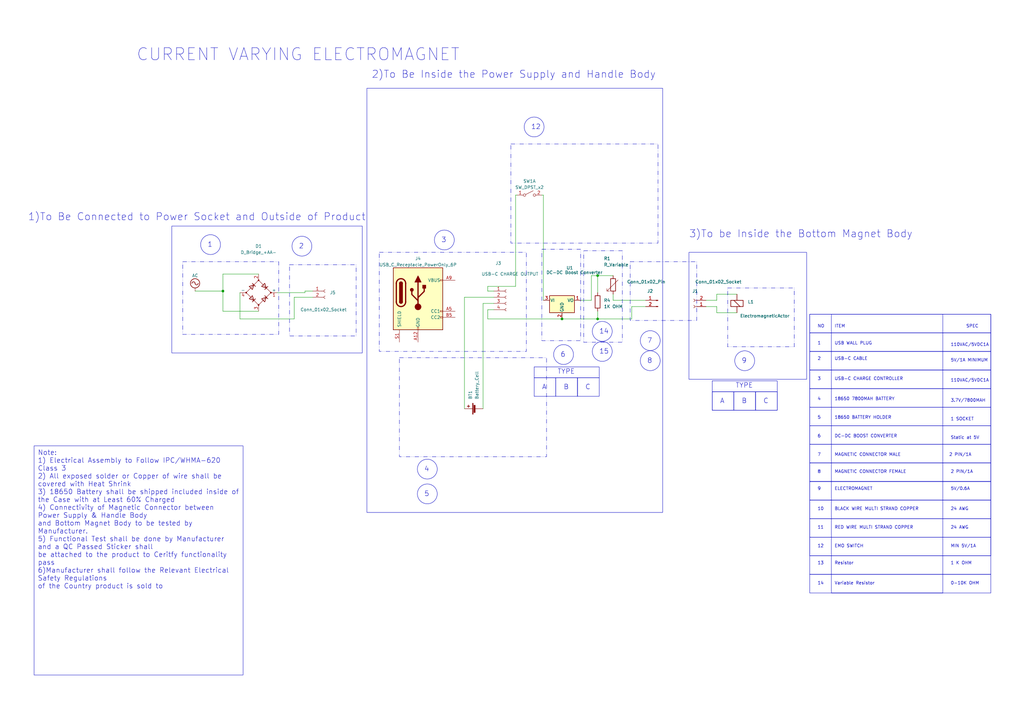
<source format=kicad_sch>
(kicad_sch (version 20230121) (generator eeschema)

  (uuid bfe4ad11-7eb7-40b2-9d8f-74f036d676dd)

  (paper "A3")

  (lib_symbols
    (symbol "Connector:Conn_01x02_Pin" (pin_names (offset 1.016) hide) (in_bom yes) (on_board yes)
      (property "Reference" "J" (at 0 2.54 0)
        (effects (font (size 1.27 1.27)))
      )
      (property "Value" "Conn_01x02_Pin" (at 0 -5.08 0)
        (effects (font (size 1.27 1.27)))
      )
      (property "Footprint" "" (at 0 0 0)
        (effects (font (size 1.27 1.27)) hide)
      )
      (property "Datasheet" "~" (at 0 0 0)
        (effects (font (size 1.27 1.27)) hide)
      )
      (property "ki_locked" "" (at 0 0 0)
        (effects (font (size 1.27 1.27)))
      )
      (property "ki_keywords" "connector" (at 0 0 0)
        (effects (font (size 1.27 1.27)) hide)
      )
      (property "ki_description" "Generic connector, single row, 01x02, script generated" (at 0 0 0)
        (effects (font (size 1.27 1.27)) hide)
      )
      (property "ki_fp_filters" "Connector*:*_1x??_*" (at 0 0 0)
        (effects (font (size 1.27 1.27)) hide)
      )
      (symbol "Conn_01x02_Pin_1_1"
        (polyline
          (pts
            (xy 1.27 -2.54)
            (xy 0.8636 -2.54)
          )
          (stroke (width 0.1524) (type default))
          (fill (type none))
        )
        (polyline
          (pts
            (xy 1.27 0)
            (xy 0.8636 0)
          )
          (stroke (width 0.1524) (type default))
          (fill (type none))
        )
        (rectangle (start 0.8636 -2.413) (end 0 -2.667)
          (stroke (width 0.1524) (type default))
          (fill (type outline))
        )
        (rectangle (start 0.8636 0.127) (end 0 -0.127)
          (stroke (width 0.1524) (type default))
          (fill (type outline))
        )
        (pin passive line (at 5.08 0 180) (length 3.81)
          (name "Pin_1" (effects (font (size 1.27 1.27))))
          (number "1" (effects (font (size 1.27 1.27))))
        )
        (pin passive line (at 5.08 -2.54 180) (length 3.81)
          (name "Pin_2" (effects (font (size 1.27 1.27))))
          (number "2" (effects (font (size 1.27 1.27))))
        )
      )
    )
    (symbol "Connector:Conn_01x02_Socket" (pin_names (offset 1.016) hide) (in_bom yes) (on_board yes)
      (property "Reference" "J" (at 0 2.54 0)
        (effects (font (size 1.27 1.27)))
      )
      (property "Value" "Conn_01x02_Socket" (at 0 -5.08 0)
        (effects (font (size 1.27 1.27)))
      )
      (property "Footprint" "" (at 0 0 0)
        (effects (font (size 1.27 1.27)) hide)
      )
      (property "Datasheet" "~" (at 0 0 0)
        (effects (font (size 1.27 1.27)) hide)
      )
      (property "ki_locked" "" (at 0 0 0)
        (effects (font (size 1.27 1.27)))
      )
      (property "ki_keywords" "connector" (at 0 0 0)
        (effects (font (size 1.27 1.27)) hide)
      )
      (property "ki_description" "Generic connector, single row, 01x02, script generated" (at 0 0 0)
        (effects (font (size 1.27 1.27)) hide)
      )
      (property "ki_fp_filters" "Connector*:*_1x??_*" (at 0 0 0)
        (effects (font (size 1.27 1.27)) hide)
      )
      (symbol "Conn_01x02_Socket_1_1"
        (arc (start 0 -2.032) (mid -0.5058 -2.54) (end 0 -3.048)
          (stroke (width 0.1524) (type default))
          (fill (type none))
        )
        (polyline
          (pts
            (xy -1.27 -2.54)
            (xy -0.508 -2.54)
          )
          (stroke (width 0.1524) (type default))
          (fill (type none))
        )
        (polyline
          (pts
            (xy -1.27 0)
            (xy -0.508 0)
          )
          (stroke (width 0.1524) (type default))
          (fill (type none))
        )
        (arc (start 0 0.508) (mid -0.5058 0) (end 0 -0.508)
          (stroke (width 0.1524) (type default))
          (fill (type none))
        )
        (pin passive line (at -5.08 0 0) (length 3.81)
          (name "Pin_1" (effects (font (size 1.27 1.27))))
          (number "1" (effects (font (size 1.27 1.27))))
        )
        (pin passive line (at -5.08 -2.54 0) (length 3.81)
          (name "Pin_2" (effects (font (size 1.27 1.27))))
          (number "2" (effects (font (size 1.27 1.27))))
        )
      )
    )
    (symbol "Connector:Conn_01x04_Socket" (pin_names (offset 1.016) hide) (in_bom yes) (on_board yes)
      (property "Reference" "J" (at 0 5.08 0)
        (effects (font (size 1.27 1.27)))
      )
      (property "Value" "Conn_01x04_Socket" (at 0 -7.62 0)
        (effects (font (size 1.27 1.27)))
      )
      (property "Footprint" "" (at 0 0 0)
        (effects (font (size 1.27 1.27)) hide)
      )
      (property "Datasheet" "~" (at 0 0 0)
        (effects (font (size 1.27 1.27)) hide)
      )
      (property "ki_locked" "" (at 0 0 0)
        (effects (font (size 1.27 1.27)))
      )
      (property "ki_keywords" "connector" (at 0 0 0)
        (effects (font (size 1.27 1.27)) hide)
      )
      (property "ki_description" "Generic connector, single row, 01x04, script generated" (at 0 0 0)
        (effects (font (size 1.27 1.27)) hide)
      )
      (property "ki_fp_filters" "Connector*:*_1x??_*" (at 0 0 0)
        (effects (font (size 1.27 1.27)) hide)
      )
      (symbol "Conn_01x04_Socket_1_1"
        (arc (start 0 -4.572) (mid -0.5058 -5.08) (end 0 -5.588)
          (stroke (width 0.1524) (type default))
          (fill (type none))
        )
        (arc (start 0 -2.032) (mid -0.5058 -2.54) (end 0 -3.048)
          (stroke (width 0.1524) (type default))
          (fill (type none))
        )
        (polyline
          (pts
            (xy -1.27 -5.08)
            (xy -0.508 -5.08)
          )
          (stroke (width 0.1524) (type default))
          (fill (type none))
        )
        (polyline
          (pts
            (xy -1.27 -2.54)
            (xy -0.508 -2.54)
          )
          (stroke (width 0.1524) (type default))
          (fill (type none))
        )
        (polyline
          (pts
            (xy -1.27 0)
            (xy -0.508 0)
          )
          (stroke (width 0.1524) (type default))
          (fill (type none))
        )
        (polyline
          (pts
            (xy -1.27 2.54)
            (xy -0.508 2.54)
          )
          (stroke (width 0.1524) (type default))
          (fill (type none))
        )
        (arc (start 0 0.508) (mid -0.5058 0) (end 0 -0.508)
          (stroke (width 0.1524) (type default))
          (fill (type none))
        )
        (arc (start 0 3.048) (mid -0.5058 2.54) (end 0 2.032)
          (stroke (width 0.1524) (type default))
          (fill (type none))
        )
        (pin passive line (at -5.08 2.54 0) (length 3.81)
          (name "Pin_1" (effects (font (size 1.27 1.27))))
          (number "1" (effects (font (size 1.27 1.27))))
        )
        (pin passive line (at -5.08 0 0) (length 3.81)
          (name "Pin_2" (effects (font (size 1.27 1.27))))
          (number "2" (effects (font (size 1.27 1.27))))
        )
        (pin passive line (at -5.08 -2.54 0) (length 3.81)
          (name "Pin_3" (effects (font (size 1.27 1.27))))
          (number "3" (effects (font (size 1.27 1.27))))
        )
        (pin passive line (at -5.08 -5.08 0) (length 3.81)
          (name "Pin_4" (effects (font (size 1.27 1.27))))
          (number "4" (effects (font (size 1.27 1.27))))
        )
      )
    )
    (symbol "Connector:USB_C_Receptacle_PowerOnly_6P" (pin_names (offset 1.016)) (in_bom yes) (on_board yes)
      (property "Reference" "J" (at 0 16.51 0)
        (effects (font (size 1.27 1.27)) (justify bottom))
      )
      (property "Value" "USB_C_Receptacle_PowerOnly_6P" (at 0 13.97 0)
        (effects (font (size 1.27 1.27)) (justify bottom))
      )
      (property "Footprint" "" (at 3.81 2.54 0)
        (effects (font (size 1.27 1.27)) hide)
      )
      (property "Datasheet" "https://www.usb.org/sites/default/files/documents/usb_type-c.zip" (at 0 0 0)
        (effects (font (size 1.27 1.27)) hide)
      )
      (property "ki_keywords" "usb universal serial bus type-C power-only charging-only 6P 6C" (at 0 0 0)
        (effects (font (size 1.27 1.27)) hide)
      )
      (property "ki_description" "USB Power-Only 6P Type-C Receptacle connector" (at 0 0 0)
        (effects (font (size 1.27 1.27)) hide)
      )
      (property "ki_fp_filters" "USB*C*Receptacle*" (at 0 0 0)
        (effects (font (size 1.27 1.27)) hide)
      )
      (symbol "USB_C_Receptacle_PowerOnly_6P_0_0"
        (rectangle (start -0.254 -12.7) (end 0.254 -11.684)
          (stroke (width 0) (type default))
          (fill (type none))
        )
        (rectangle (start 10.16 -7.366) (end 9.144 -7.874)
          (stroke (width 0) (type default))
          (fill (type none))
        )
        (rectangle (start 10.16 -4.826) (end 9.144 -5.334)
          (stroke (width 0) (type default))
          (fill (type none))
        )
        (rectangle (start 10.16 7.874) (end 9.144 7.366)
          (stroke (width 0) (type default))
          (fill (type none))
        )
      )
      (symbol "USB_C_Receptacle_PowerOnly_6P_0_1"
        (rectangle (start -10.16 12.7) (end 10.16 -12.7)
          (stroke (width 0.254) (type default))
          (fill (type background))
        )
        (arc (start -8.89 -1.27) (mid -6.985 -3.1667) (end -5.08 -1.27)
          (stroke (width 0.508) (type default))
          (fill (type none))
        )
        (arc (start -7.62 -1.27) (mid -6.985 -1.9023) (end -6.35 -1.27)
          (stroke (width 0.254) (type default))
          (fill (type none))
        )
        (arc (start -7.62 -1.27) (mid -6.985 -1.9023) (end -6.35 -1.27)
          (stroke (width 0.254) (type default))
          (fill (type outline))
        )
        (rectangle (start -7.62 -1.27) (end -6.35 6.35)
          (stroke (width 0.254) (type default))
          (fill (type outline))
        )
        (arc (start -6.35 6.35) (mid -6.985 6.9823) (end -7.62 6.35)
          (stroke (width 0.254) (type default))
          (fill (type none))
        )
        (arc (start -6.35 6.35) (mid -6.985 6.9823) (end -7.62 6.35)
          (stroke (width 0.254) (type default))
          (fill (type outline))
        )
        (arc (start -5.08 6.35) (mid -6.985 8.2467) (end -8.89 6.35)
          (stroke (width 0.508) (type default))
          (fill (type none))
        )
        (circle (center -2.54 3.683) (radius 0.635)
          (stroke (width 0.254) (type default))
          (fill (type outline))
        )
        (circle (center 0 -3.302) (radius 1.27)
          (stroke (width 0) (type default))
          (fill (type outline))
        )
        (polyline
          (pts
            (xy -8.89 -1.27)
            (xy -8.89 6.35)
          )
          (stroke (width 0.508) (type default))
          (fill (type none))
        )
        (polyline
          (pts
            (xy -5.08 6.35)
            (xy -5.08 -1.27)
          )
          (stroke (width 0.508) (type default))
          (fill (type none))
        )
        (polyline
          (pts
            (xy 0 -3.302)
            (xy 0 6.858)
          )
          (stroke (width 0.508) (type default))
          (fill (type none))
        )
        (polyline
          (pts
            (xy 0 -0.762)
            (xy -2.54 1.778)
            (xy -2.54 3.048)
          )
          (stroke (width 0.508) (type default))
          (fill (type none))
        )
        (polyline
          (pts
            (xy 0 0.508)
            (xy 2.54 3.048)
            (xy 2.54 4.318)
          )
          (stroke (width 0.508) (type default))
          (fill (type none))
        )
        (polyline
          (pts
            (xy -1.27 6.858)
            (xy 0 9.398)
            (xy 1.27 6.858)
            (xy -1.27 6.858)
          )
          (stroke (width 0.254) (type default))
          (fill (type outline))
        )
        (rectangle (start 1.905 4.318) (end 3.175 5.588)
          (stroke (width 0.254) (type default))
          (fill (type outline))
        )
      )
      (symbol "USB_C_Receptacle_PowerOnly_6P_1_1"
        (pin passive line (at 0 -17.78 90) (length 5.08)
          (name "GND" (effects (font (size 1.27 1.27))))
          (number "A12" (effects (font (size 1.27 1.27))))
        )
        (pin bidirectional line (at 15.24 -5.08 180) (length 5.08)
          (name "CC1" (effects (font (size 1.27 1.27))))
          (number "A5" (effects (font (size 1.27 1.27))))
        )
        (pin passive line (at 15.24 7.62 180) (length 5.08)
          (name "VBUS" (effects (font (size 1.27 1.27))))
          (number "A9" (effects (font (size 1.27 1.27))))
        )
        (pin passive line (at 0 -17.78 90) (length 5.08) hide
          (name "GND" (effects (font (size 1.27 1.27))))
          (number "B12" (effects (font (size 1.27 1.27))))
        )
        (pin bidirectional line (at 15.24 -7.62 180) (length 5.08)
          (name "CC2" (effects (font (size 1.27 1.27))))
          (number "B5" (effects (font (size 1.27 1.27))))
        )
        (pin passive line (at 15.24 7.62 180) (length 5.08) hide
          (name "VBUS" (effects (font (size 1.27 1.27))))
          (number "B9" (effects (font (size 1.27 1.27))))
        )
        (pin passive line (at -7.62 -17.78 90) (length 5.08)
          (name "SHIELD" (effects (font (size 1.27 1.27))))
          (number "S1" (effects (font (size 1.27 1.27))))
        )
      )
    )
    (symbol "Device:Battery_Cell" (pin_numbers hide) (pin_names (offset 0) hide) (in_bom yes) (on_board yes)
      (property "Reference" "BT" (at 2.54 2.54 0)
        (effects (font (size 1.27 1.27)) (justify left))
      )
      (property "Value" "Battery_Cell" (at 2.54 0 0)
        (effects (font (size 1.27 1.27)) (justify left))
      )
      (property "Footprint" "" (at 0 1.524 90)
        (effects (font (size 1.27 1.27)) hide)
      )
      (property "Datasheet" "~" (at 0 1.524 90)
        (effects (font (size 1.27 1.27)) hide)
      )
      (property "ki_keywords" "battery cell" (at 0 0 0)
        (effects (font (size 1.27 1.27)) hide)
      )
      (property "ki_description" "Single-cell battery" (at 0 0 0)
        (effects (font (size 1.27 1.27)) hide)
      )
      (symbol "Battery_Cell_0_1"
        (rectangle (start -2.286 1.778) (end 2.286 1.524)
          (stroke (width 0) (type default))
          (fill (type outline))
        )
        (rectangle (start -1.5748 1.1938) (end 1.4732 0.6858)
          (stroke (width 0) (type default))
          (fill (type outline))
        )
        (polyline
          (pts
            (xy 0 0.762)
            (xy 0 0)
          )
          (stroke (width 0) (type default))
          (fill (type none))
        )
        (polyline
          (pts
            (xy 0 1.778)
            (xy 0 2.54)
          )
          (stroke (width 0) (type default))
          (fill (type none))
        )
        (polyline
          (pts
            (xy 0.508 3.429)
            (xy 1.524 3.429)
          )
          (stroke (width 0.254) (type default))
          (fill (type none))
        )
        (polyline
          (pts
            (xy 1.016 3.937)
            (xy 1.016 2.921)
          )
          (stroke (width 0.254) (type default))
          (fill (type none))
        )
      )
      (symbol "Battery_Cell_1_1"
        (pin passive line (at 0 5.08 270) (length 2.54)
          (name "+" (effects (font (size 1.27 1.27))))
          (number "1" (effects (font (size 1.27 1.27))))
        )
        (pin passive line (at 0 -2.54 90) (length 2.54)
          (name "-" (effects (font (size 1.27 1.27))))
          (number "2" (effects (font (size 1.27 1.27))))
        )
      )
    )
    (symbol "Device:D_Bridge_+AA-" (pin_names (offset 0)) (in_bom yes) (on_board yes)
      (property "Reference" "D" (at 2.54 6.985 0)
        (effects (font (size 1.27 1.27)) (justify left))
      )
      (property "Value" "D_Bridge_+AA-" (at 2.54 5.08 0)
        (effects (font (size 1.27 1.27)) (justify left))
      )
      (property "Footprint" "" (at 0 0 0)
        (effects (font (size 1.27 1.27)) hide)
      )
      (property "Datasheet" "~" (at 0 0 0)
        (effects (font (size 1.27 1.27)) hide)
      )
      (property "ki_keywords" "rectifier ACDC" (at 0 0 0)
        (effects (font (size 1.27 1.27)) hide)
      )
      (property "ki_description" "Diode bridge, +ve/AC/AC/-ve" (at 0 0 0)
        (effects (font (size 1.27 1.27)) hide)
      )
      (property "ki_fp_filters" "D*Bridge* D*Rectifier*" (at 0 0 0)
        (effects (font (size 1.27 1.27)) hide)
      )
      (symbol "D_Bridge_+AA-_0_1"
        (circle (center -5.08 0) (radius 0.254)
          (stroke (width 0) (type default))
          (fill (type outline))
        )
        (circle (center 0 -5.08) (radius 0.254)
          (stroke (width 0) (type default))
          (fill (type outline))
        )
        (polyline
          (pts
            (xy -2.54 3.81)
            (xy -1.27 2.54)
          )
          (stroke (width 0.254) (type default))
          (fill (type none))
        )
        (polyline
          (pts
            (xy -1.27 -2.54)
            (xy -2.54 -3.81)
          )
          (stroke (width 0.254) (type default))
          (fill (type none))
        )
        (polyline
          (pts
            (xy 2.54 -1.27)
            (xy 3.81 -2.54)
          )
          (stroke (width 0.254) (type default))
          (fill (type none))
        )
        (polyline
          (pts
            (xy 2.54 1.27)
            (xy 3.81 2.54)
          )
          (stroke (width 0.254) (type default))
          (fill (type none))
        )
        (polyline
          (pts
            (xy -3.81 2.54)
            (xy -2.54 1.27)
            (xy -1.905 3.175)
            (xy -3.81 2.54)
          )
          (stroke (width 0.254) (type default))
          (fill (type none))
        )
        (polyline
          (pts
            (xy -2.54 -1.27)
            (xy -3.81 -2.54)
            (xy -1.905 -3.175)
            (xy -2.54 -1.27)
          )
          (stroke (width 0.254) (type default))
          (fill (type none))
        )
        (polyline
          (pts
            (xy 1.27 2.54)
            (xy 2.54 3.81)
            (xy 3.175 1.905)
            (xy 1.27 2.54)
          )
          (stroke (width 0.254) (type default))
          (fill (type none))
        )
        (polyline
          (pts
            (xy 3.175 -1.905)
            (xy 1.27 -2.54)
            (xy 2.54 -3.81)
            (xy 3.175 -1.905)
          )
          (stroke (width 0.254) (type default))
          (fill (type none))
        )
        (polyline
          (pts
            (xy -5.08 0)
            (xy 0 -5.08)
            (xy 5.08 0)
            (xy 0 5.08)
            (xy -5.08 0)
          )
          (stroke (width 0) (type default))
          (fill (type none))
        )
        (circle (center 0 5.08) (radius 0.254)
          (stroke (width 0) (type default))
          (fill (type outline))
        )
        (circle (center 5.08 0) (radius 0.254)
          (stroke (width 0) (type default))
          (fill (type outline))
        )
      )
      (symbol "D_Bridge_+AA-_1_1"
        (pin passive line (at 7.62 0 180) (length 2.54)
          (name "+" (effects (font (size 1.27 1.27))))
          (number "1" (effects (font (size 1.27 1.27))))
        )
        (pin passive line (at 0 7.62 270) (length 2.54)
          (name "~" (effects (font (size 1.27 1.27))))
          (number "2" (effects (font (size 1.27 1.27))))
        )
        (pin passive line (at 0 -7.62 90) (length 2.54)
          (name "~" (effects (font (size 1.27 1.27))))
          (number "3" (effects (font (size 1.27 1.27))))
        )
        (pin passive line (at -7.62 0 0) (length 2.54)
          (name "-" (effects (font (size 1.27 1.27))))
          (number "4" (effects (font (size 1.27 1.27))))
        )
      )
    )
    (symbol "Device:ElectromagneticActor" (pin_numbers hide) (pin_names (offset 0.0254) hide) (in_bom yes) (on_board yes)
      (property "Reference" "L" (at 1.27 3.81 0)
        (effects (font (size 1.27 1.27)) (justify left))
      )
      (property "Value" "ElectromagneticActor" (at 1.27 -1.27 0)
        (effects (font (size 1.27 1.27)) (justify left))
      )
      (property "Footprint" "" (at -0.635 2.54 90)
        (effects (font (size 1.27 1.27)) hide)
      )
      (property "Datasheet" "~" (at -0.635 2.54 90)
        (effects (font (size 1.27 1.27)) hide)
      )
      (property "ki_keywords" "electromagnet coil inductor" (at 0 0 0)
        (effects (font (size 1.27 1.27)) hide)
      )
      (property "ki_description" "Electromagnetic actor" (at 0 0 0)
        (effects (font (size 1.27 1.27)) hide)
      )
      (property "ki_fp_filters" "Inductor_* L_*" (at 0 0 0)
        (effects (font (size 1.27 1.27)) hide)
      )
      (symbol "ElectromagneticActor_0_1"
        (rectangle (start -2.54 2.54) (end 2.54 0)
          (stroke (width 0.254) (type default))
          (fill (type none))
        )
        (polyline
          (pts
            (xy -1.27 2.54)
            (xy 1.27 0)
          )
          (stroke (width 0.254) (type default))
          (fill (type none))
        )
      )
      (symbol "ElectromagneticActor_1_1"
        (pin passive line (at 0 5.08 270) (length 2.54)
          (name "-" (effects (font (size 1.27 1.27))))
          (number "1" (effects (font (size 1.27 1.27))))
        )
        (pin passive line (at 0 -2.54 90) (length 2.54)
          (name "+" (effects (font (size 1.27 1.27))))
          (number "2" (effects (font (size 1.27 1.27))))
        )
      )
    )
    (symbol "Device:R" (pin_numbers hide) (pin_names (offset 0)) (in_bom yes) (on_board yes)
      (property "Reference" "R" (at 2.032 0 90)
        (effects (font (size 1.27 1.27)))
      )
      (property "Value" "R" (at 0 0 90)
        (effects (font (size 1.27 1.27)))
      )
      (property "Footprint" "" (at -1.778 0 90)
        (effects (font (size 1.27 1.27)) hide)
      )
      (property "Datasheet" "~" (at 0 0 0)
        (effects (font (size 1.27 1.27)) hide)
      )
      (property "ki_keywords" "R res resistor" (at 0 0 0)
        (effects (font (size 1.27 1.27)) hide)
      )
      (property "ki_description" "Resistor" (at 0 0 0)
        (effects (font (size 1.27 1.27)) hide)
      )
      (property "ki_fp_filters" "R_*" (at 0 0 0)
        (effects (font (size 1.27 1.27)) hide)
      )
      (symbol "R_0_1"
        (rectangle (start -1.016 -2.54) (end 1.016 2.54)
          (stroke (width 0.254) (type default))
          (fill (type none))
        )
      )
      (symbol "R_1_1"
        (pin passive line (at 0 3.81 270) (length 1.27)
          (name "~" (effects (font (size 1.27 1.27))))
          (number "1" (effects (font (size 1.27 1.27))))
        )
        (pin passive line (at 0 -3.81 90) (length 1.27)
          (name "~" (effects (font (size 1.27 1.27))))
          (number "2" (effects (font (size 1.27 1.27))))
        )
      )
    )
    (symbol "Device:R_Variable" (pin_numbers hide) (pin_names (offset 0)) (in_bom yes) (on_board yes)
      (property "Reference" "R" (at 2.54 -2.54 90)
        (effects (font (size 1.27 1.27)) (justify left))
      )
      (property "Value" "R_Variable" (at -2.54 -1.27 90)
        (effects (font (size 1.27 1.27)) (justify left))
      )
      (property "Footprint" "" (at -1.778 0 90)
        (effects (font (size 1.27 1.27)) hide)
      )
      (property "Datasheet" "~" (at 0 0 0)
        (effects (font (size 1.27 1.27)) hide)
      )
      (property "ki_keywords" "R res resistor variable potentiometer rheostat" (at 0 0 0)
        (effects (font (size 1.27 1.27)) hide)
      )
      (property "ki_description" "Variable resistor" (at 0 0 0)
        (effects (font (size 1.27 1.27)) hide)
      )
      (property "ki_fp_filters" "R_*" (at 0 0 0)
        (effects (font (size 1.27 1.27)) hide)
      )
      (symbol "R_Variable_0_1"
        (rectangle (start -1.016 -2.54) (end 1.016 2.54)
          (stroke (width 0.254) (type default))
          (fill (type none))
        )
        (polyline
          (pts
            (xy 2.54 1.524)
            (xy 2.54 2.54)
            (xy 1.524 2.54)
            (xy 2.54 2.54)
            (xy -2.032 -2.032)
          )
          (stroke (width 0) (type default))
          (fill (type none))
        )
      )
      (symbol "R_Variable_1_1"
        (pin passive line (at 0 3.81 270) (length 1.27)
          (name "~" (effects (font (size 1.27 1.27))))
          (number "1" (effects (font (size 1.27 1.27))))
        )
        (pin passive line (at 0 -3.81 90) (length 1.27)
          (name "~" (effects (font (size 1.27 1.27))))
          (number "2" (effects (font (size 1.27 1.27))))
        )
      )
    )
    (symbol "Regulator_Linear:L78L05_TO92" (pin_names (offset 0.254)) (in_bom yes) (on_board yes)
      (property "Reference" "U" (at -3.81 3.175 0)
        (effects (font (size 1.27 1.27)))
      )
      (property "Value" "L78L05_TO92" (at 0 3.175 0)
        (effects (font (size 1.27 1.27)) (justify left))
      )
      (property "Footprint" "Package_TO_SOT_THT:TO-92_Inline" (at 0 5.715 0)
        (effects (font (size 1.27 1.27) italic) hide)
      )
      (property "Datasheet" "http://www.st.com/content/ccc/resource/technical/document/datasheet/15/55/e5/aa/23/5b/43/fd/CD00000446.pdf/files/CD00000446.pdf/jcr:content/translations/en.CD00000446.pdf" (at 0 -1.27 0)
        (effects (font (size 1.27 1.27)) hide)
      )
      (property "ki_keywords" "Voltage Regulator 100mA Positive" (at 0 0 0)
        (effects (font (size 1.27 1.27)) hide)
      )
      (property "ki_description" "Positive 100mA 30V Linear Regulator, Fixed Output 5V, TO-92" (at 0 0 0)
        (effects (font (size 1.27 1.27)) hide)
      )
      (property "ki_fp_filters" "TO?92*" (at 0 0 0)
        (effects (font (size 1.27 1.27)) hide)
      )
      (symbol "L78L05_TO92_0_1"
        (rectangle (start -5.08 -5.08) (end 5.08 1.905)
          (stroke (width 0.254) (type default))
          (fill (type background))
        )
      )
      (symbol "L78L05_TO92_1_1"
        (pin power_out line (at 7.62 0 180) (length 2.54)
          (name "VO" (effects (font (size 1.27 1.27))))
          (number "1" (effects (font (size 1.27 1.27))))
        )
        (pin power_in line (at 0 -7.62 90) (length 2.54)
          (name "GND" (effects (font (size 1.27 1.27))))
          (number "2" (effects (font (size 1.27 1.27))))
        )
        (pin power_in line (at -7.62 0 0) (length 2.54)
          (name "VI" (effects (font (size 1.27 1.27))))
          (number "3" (effects (font (size 1.27 1.27))))
        )
      )
    )
    (symbol "Switch:SW_DPST_x2" (pin_names (offset 0) hide) (in_bom yes) (on_board yes)
      (property "Reference" "SW" (at 0 3.175 0)
        (effects (font (size 1.27 1.27)))
      )
      (property "Value" "SW_DPST_x2" (at 0 -2.54 0)
        (effects (font (size 1.27 1.27)))
      )
      (property "Footprint" "" (at 0 0 0)
        (effects (font (size 1.27 1.27)) hide)
      )
      (property "Datasheet" "~" (at 0 0 0)
        (effects (font (size 1.27 1.27)) hide)
      )
      (property "ki_keywords" "switch lever" (at 0 0 0)
        (effects (font (size 1.27 1.27)) hide)
      )
      (property "ki_description" "Single Pole Single Throw (SPST) switch, separate symbol" (at 0 0 0)
        (effects (font (size 1.27 1.27)) hide)
      )
      (symbol "SW_DPST_x2_0_0"
        (circle (center -2.032 0) (radius 0.508)
          (stroke (width 0) (type default))
          (fill (type none))
        )
        (polyline
          (pts
            (xy -1.524 0.254)
            (xy 1.524 1.778)
          )
          (stroke (width 0) (type default))
          (fill (type none))
        )
        (circle (center 2.032 0) (radius 0.508)
          (stroke (width 0) (type default))
          (fill (type none))
        )
      )
      (symbol "SW_DPST_x2_1_1"
        (pin passive line (at -5.08 0 0) (length 2.54)
          (name "A" (effects (font (size 1.27 1.27))))
          (number "1" (effects (font (size 1.27 1.27))))
        )
        (pin passive line (at 5.08 0 180) (length 2.54)
          (name "B" (effects (font (size 1.27 1.27))))
          (number "2" (effects (font (size 1.27 1.27))))
        )
      )
      (symbol "SW_DPST_x2_2_1"
        (pin passive line (at -5.08 0 0) (length 2.54)
          (name "A" (effects (font (size 1.27 1.27))))
          (number "3" (effects (font (size 1.27 1.27))))
        )
        (pin passive line (at 5.08 0 180) (length 2.54)
          (name "B" (effects (font (size 1.27 1.27))))
          (number "4" (effects (font (size 1.27 1.27))))
        )
      )
    )
    (symbol "power:AC" (power) (pin_names (offset 0)) (in_bom yes) (on_board yes)
      (property "Reference" "#PWR" (at 0 -2.54 0)
        (effects (font (size 1.27 1.27)) hide)
      )
      (property "Value" "AC" (at 0 6.35 0)
        (effects (font (size 1.27 1.27)))
      )
      (property "Footprint" "" (at 0 0 0)
        (effects (font (size 1.27 1.27)) hide)
      )
      (property "Datasheet" "" (at 0 0 0)
        (effects (font (size 1.27 1.27)) hide)
      )
      (property "ki_keywords" "global power" (at 0 0 0)
        (effects (font (size 1.27 1.27)) hide)
      )
      (property "ki_description" "Power symbol creates a global label with name \"AC\"" (at 0 0 0)
        (effects (font (size 1.27 1.27)) hide)
      )
      (symbol "AC_0_1"
        (polyline
          (pts
            (xy 0 0)
            (xy 0 1.27)
          )
          (stroke (width 0) (type default))
          (fill (type none))
        )
        (arc (start 0 3.175) (mid -0.635 3.8073) (end -1.27 3.175)
          (stroke (width 0.254) (type default))
          (fill (type none))
        )
        (arc (start 0 3.175) (mid 0.635 2.5427) (end 1.27 3.175)
          (stroke (width 0.254) (type default))
          (fill (type none))
        )
        (circle (center 0 3.175) (radius 1.905)
          (stroke (width 0.254) (type default))
          (fill (type none))
        )
      )
      (symbol "AC_1_1"
        (pin power_in line (at 0 0 90) (length 0) hide
          (name "AC" (effects (font (size 1.27 1.27))))
          (number "1" (effects (font (size 1.27 1.27))))
        )
      )
    )
  )

  (junction (at 91.44 119.38) (diameter 0) (color 0 0 0 0)
    (uuid 1745191e-0400-4a94-affa-5080b04985c5)
  )
  (junction (at 245.11 113.03) (diameter 0) (color 0 0 0 0)
    (uuid 75390fa6-eb0f-4e73-a8c0-5f41f4c60ba3)
  )
  (junction (at 245.11 130.81) (diameter 0) (color 0 0 0 0)
    (uuid 9a94e8c3-b0f7-4622-b5bd-a4763af55ef0)
  )
  (junction (at 230.505 130.81) (diameter 0) (color 0 0 0 0)
    (uuid e7be013e-8080-4ce6-a80e-3a4f155b92d8)
  )

  (wire (pts (xy 120.65 130.81) (xy 120.65 121.92))
    (stroke (width 0) (type default))
    (uuid 1078c0a2-07e4-463e-a383-4d1801dcdd7b)
  )
  (wire (pts (xy 190.5 121.92) (xy 190.5 167.64))
    (stroke (width 0) (type default))
    (uuid 1951bc59-9519-4d32-b13d-53f929788f3d)
  )
  (wire (pts (xy 91.44 112.395) (xy 91.44 119.38))
    (stroke (width 0) (type default))
    (uuid 1a979942-f5e0-4bcd-8c07-82791203cf44)
  )
  (wire (pts (xy 222.885 80.01) (xy 222.885 123.19))
    (stroke (width 0) (type default))
    (uuid 1ae65fc2-6c37-4707-a4d2-f753010d787e)
  )
  (wire (pts (xy 200.025 119.38) (xy 200.025 117.475))
    (stroke (width 0) (type default))
    (uuid 2a22ebd5-1443-4afb-a7d3-58ae14eb6db5)
  )
  (wire (pts (xy 259.08 125.73) (xy 264.795 125.73))
    (stroke (width 0) (type default))
    (uuid 2ca6c21f-5c4b-4312-8e7e-93ed774aca05)
  )
  (wire (pts (xy 198.12 124.46) (xy 198.12 167.64))
    (stroke (width 0) (type default))
    (uuid 2f8f9dcc-f476-4ff9-8346-eef40160822d)
  )
  (wire (pts (xy 125.095 120.015) (xy 125.095 119.38))
    (stroke (width 0) (type default))
    (uuid 31aee545-b7e5-43f0-88e9-65be9512a496)
  )
  (wire (pts (xy 190.5 121.92) (xy 202.565 121.92))
    (stroke (width 0) (type default))
    (uuid 41ba6e35-8967-46c0-92df-e936117853c4)
  )
  (wire (pts (xy 200.025 130.81) (xy 230.505 130.81))
    (stroke (width 0) (type default))
    (uuid 44770ae0-033e-4d2e-bd55-31ee634d2800)
  )
  (wire (pts (xy 198.12 124.46) (xy 202.565 124.46))
    (stroke (width 0) (type default))
    (uuid 46483b84-123f-4b28-9609-c392b59b3570)
  )
  (wire (pts (xy 211.455 80.01) (xy 211.455 117.475))
    (stroke (width 0) (type default))
    (uuid 4a62fad0-1b76-4442-a41d-5d241fca3b24)
  )
  (wire (pts (xy 294.005 125.73) (xy 289.56 125.73))
    (stroke (width 0) (type default))
    (uuid 4c68c340-06c4-4d60-988e-f2ebd047b25f)
  )
  (wire (pts (xy 294.005 120.65) (xy 294.005 123.19))
    (stroke (width 0) (type default))
    (uuid 4d513d3b-97b9-49e6-8c1f-90a9169229c6)
  )
  (wire (pts (xy 245.11 130.81) (xy 259.08 130.81))
    (stroke (width 0) (type default))
    (uuid 51167acd-1d1c-496d-9396-bcb2f02255a4)
  )
  (wire (pts (xy 200.025 130.81) (xy 200.025 127))
    (stroke (width 0) (type default))
    (uuid 517262e4-3cd2-4157-b47e-cf5ec0892a0d)
  )
  (wire (pts (xy 120.65 121.92) (xy 128.27 121.92))
    (stroke (width 0) (type default))
    (uuid 530045e8-09d8-4504-b29b-6de703cd14f6)
  )
  (wire (pts (xy 91.44 119.38) (xy 91.44 127.635))
    (stroke (width 0) (type default))
    (uuid 5c58dbfa-65ff-4bcd-993b-13ddcdbf3d2c)
  )
  (wire (pts (xy 200.025 127) (xy 202.565 127))
    (stroke (width 0) (type default))
    (uuid 5cf2344b-e80c-4ef0-961b-06568a075c9f)
  )
  (wire (pts (xy 245.11 113.03) (xy 242.57 113.03))
    (stroke (width 0) (type default))
    (uuid 64011646-4495-4da2-8e32-901a1fa2647c)
  )
  (wire (pts (xy 125.095 119.38) (xy 128.27 119.38))
    (stroke (width 0) (type default))
    (uuid 73a469b8-91a7-432a-a774-c3ecd4a18c0a)
  )
  (wire (pts (xy 200.025 119.38) (xy 202.565 119.38))
    (stroke (width 0) (type default))
    (uuid 75601e83-ac2e-4823-90a7-7d46738a85a5)
  )
  (wire (pts (xy 294.005 128.27) (xy 294.005 125.73))
    (stroke (width 0) (type default))
    (uuid 76841b5b-2785-4f8b-ba93-683408619c0b)
  )
  (wire (pts (xy 302.26 128.27) (xy 294.005 128.27))
    (stroke (width 0) (type default))
    (uuid 77888a2a-7633-48f9-9bc4-a851b0588b9a)
  )
  (wire (pts (xy 106.045 112.395) (xy 91.44 112.395))
    (stroke (width 0) (type default))
    (uuid 85f1d3ca-42d2-4f54-83c6-160f1b19847f)
  )
  (wire (pts (xy 259.08 130.81) (xy 259.08 125.73))
    (stroke (width 0) (type default))
    (uuid 877e5c6a-449a-4423-989d-5da72ebfe42c)
  )
  (wire (pts (xy 98.425 130.81) (xy 120.65 130.81))
    (stroke (width 0) (type default))
    (uuid 89842715-bc00-46a7-ad05-ac8939ce100c)
  )
  (wire (pts (xy 245.11 113.03) (xy 245.11 120.015))
    (stroke (width 0) (type default))
    (uuid 8bbfee9d-72ed-4db5-8913-9a0583e3703a)
  )
  (wire (pts (xy 211.455 80.01) (xy 212.09 80.01))
    (stroke (width 0) (type default))
    (uuid 8f3749e3-3ed2-409c-9b3c-a0bcd4f85483)
  )
  (wire (pts (xy 80.01 119.38) (xy 91.44 119.38))
    (stroke (width 0) (type default))
    (uuid 9e4c692e-70eb-4ed8-8c9a-53c934fc9e6d)
  )
  (wire (pts (xy 242.57 123.19) (xy 238.125 123.19))
    (stroke (width 0) (type default))
    (uuid a3d2645b-064b-46f2-a999-4e28614cf81a)
  )
  (wire (pts (xy 294.005 123.19) (xy 289.56 123.19))
    (stroke (width 0) (type default))
    (uuid a580b67d-1031-4126-b1da-88b31a7ff898)
  )
  (wire (pts (xy 251.46 120.65) (xy 251.46 123.19))
    (stroke (width 0) (type default))
    (uuid b0492af4-4314-4f55-9ab6-a54041645d97)
  )
  (wire (pts (xy 302.26 120.65) (xy 294.005 120.65))
    (stroke (width 0) (type default))
    (uuid b7898ceb-c8e1-4231-be45-2c1a905e3d37)
  )
  (wire (pts (xy 264.795 123.19) (xy 251.46 123.19))
    (stroke (width 0) (type default))
    (uuid b90b9688-d8df-4e52-b9c9-7015b8776471)
  )
  (wire (pts (xy 113.665 120.015) (xy 125.095 120.015))
    (stroke (width 0) (type default))
    (uuid bfa1c641-aad2-4df0-b85c-2e129bee2045)
  )
  (wire (pts (xy 251.46 113.03) (xy 245.11 113.03))
    (stroke (width 0) (type default))
    (uuid c05e12b9-a16d-4749-9990-85f91ba807a9)
  )
  (wire (pts (xy 222.885 80.01) (xy 222.25 80.01))
    (stroke (width 0) (type default))
    (uuid c1d83e07-01c9-4020-b56b-60560b2dac2c)
  )
  (wire (pts (xy 91.44 127.635) (xy 106.045 127.635))
    (stroke (width 0) (type default))
    (uuid c8b05939-43d4-4265-b2a1-01f3df6171b4)
  )
  (wire (pts (xy 245.11 127.635) (xy 245.11 130.81))
    (stroke (width 0) (type default))
    (uuid d7fdcf1d-dbf2-498c-b2ae-d883cbd3edd1)
  )
  (wire (pts (xy 242.57 113.03) (xy 242.57 123.19))
    (stroke (width 0) (type default))
    (uuid d9b60ab7-02cb-4286-9e18-1ec5239282bf)
  )
  (wire (pts (xy 98.425 120.015) (xy 98.425 130.81))
    (stroke (width 0) (type default))
    (uuid dac31753-cf97-400f-ae32-736f22980f84)
  )
  (wire (pts (xy 200.025 117.475) (xy 211.455 117.475))
    (stroke (width 0) (type default))
    (uuid e64591e6-b570-4ecb-8078-077fff2345c3)
  )
  (wire (pts (xy 230.505 130.81) (xy 245.11 130.81))
    (stroke (width 0) (type default))
    (uuid fa387175-24c7-409a-9db2-55f20187e799)
  )

  (rectangle (start 332.105 227.965) (end 406.4 235.585)
    (stroke (width 0) (type default))
    (fill (type none))
    (uuid 0074af0e-b7b3-4a21-ae1b-35526089d59d)
  )
  (rectangle (start 150.495 36.195) (end 271.78 210.185)
    (stroke (width 0) (type default))
    (fill (type none))
    (uuid 048d60a3-3648-4741-bdc7-cb9c4fb44d5a)
  )
  (rectangle (start 282.575 103.505) (end 330.835 155.575)
    (stroke (width 0) (type default))
    (fill (type none))
    (uuid 0637bd29-c385-466c-971d-916dbaf2d5e2)
  )
  (rectangle (start 332.105 220.345) (end 406.4 227.965)
    (stroke (width 0) (type default))
    (fill (type none))
    (uuid 06f69e79-36de-42a2-af5a-5ffd16bc8e83)
  )
  (rectangle (start 309.88 160.655) (end 318.77 168.275)
    (stroke (width 0) (type default))
    (fill (type none))
    (uuid 0d61bea6-0fbc-4df8-a3cd-3c14daa1c430)
  )
  (rectangle (start 163.83 146.685) (end 224.155 187.325)
    (stroke (width 0) (type dash_dot_dot))
    (fill (type none))
    (uuid 0e148925-93a4-46eb-a82b-c229e317b572)
  )
  (circle (center 305.435 147.955) (radius 4.066)
    (stroke (width 0) (type default))
    (fill (type none))
    (uuid 0f6ba288-c581-4c20-b082-6e0f24596ad4)
  )
  (circle (center 182.245 98.425) (radius 4.066)
    (stroke (width 0) (type default))
    (fill (type none))
    (uuid 13c1591d-421b-4f2f-99c4-0c36c52a8b70)
  )
  (rectangle (start 74.93 107.315) (end 114.3 137.16)
    (stroke (width 0) (type dash_dot_dot))
    (fill (type none))
    (uuid 221af1c2-61a2-4e22-949b-c7cb2ea74a27)
  )
  (rectangle (start 219.075 150.495) (end 245.745 154.94)
    (stroke (width 0) (type default))
    (fill (type none))
    (uuid 25f304c9-9db2-47a8-9612-ccf8cbd8177b)
  )
  (rectangle (start 292.1 160.655) (end 318.77 168.275)
    (stroke (width 0) (type default))
    (fill (type none))
    (uuid 27c421f8-3492-4f41-a932-300a75902dfb)
  )
  (rectangle (start 209.55 59.055) (end 269.875 99.695)
    (stroke (width 0) (type dash_dot_dot))
    (fill (type none))
    (uuid 2d8730f2-b68e-4278-8380-2549a8fa495e)
  )
  (rectangle (start 332.105 174.625) (end 406.4 182.245)
    (stroke (width 0) (type default))
    (fill (type none))
    (uuid 2f082a87-17e4-4d97-a747-5b48b85f4c06)
  )
  (rectangle (start 155.575 103.505) (end 215.9 144.145)
    (stroke (width 0) (type dash_dot_dot))
    (fill (type none))
    (uuid 2f0c0f2f-f8d3-4443-986d-8a165c8f12de)
  )
  (rectangle (start 332.105 144.145) (end 406.4 151.765)
    (stroke (width 0) (type default))
    (fill (type none))
    (uuid 3cc46b95-a250-469c-8558-801acabe86fa)
  )
  (rectangle (start 236.855 154.94) (end 245.745 162.56)
    (stroke (width 0) (type default))
    (fill (type none))
    (uuid 40819dac-b402-48ae-91b4-d7830f611bb0)
  )
  (circle (center 231.14 145.415) (radius 4.066)
    (stroke (width 0) (type default))
    (fill (type none))
    (uuid 461e97d8-5e03-4c49-acc1-16a0e95ff760)
  )
  (rectangle (start 300.99 160.655) (end 309.88 168.275)
    (stroke (width 0) (type default))
    (fill (type none))
    (uuid 50ab50ef-e345-41a9-abdc-ffbf6b213123)
  )
  (rectangle (start 332.105 128.905) (end 406.4 227.965)
    (stroke (width 0) (type default))
    (fill (type none))
    (uuid 568e310f-e6fc-4ca8-9880-86de0f9fe652)
  )
  (rectangle (start 332.105 197.485) (end 406.4 205.105)
    (stroke (width 0) (type default))
    (fill (type none))
    (uuid 569270d0-5b7e-4d6e-a025-68e5c3da16fb)
  )
  (rectangle (start 118.745 108.585) (end 146.05 137.795)
    (stroke (width 0) (type dash_dot_dot))
    (fill (type none))
    (uuid 57ee6705-f6ee-4a1d-b7d4-c58945929337)
  )
  (rectangle (start 332.105 205.105) (end 406.4 212.725)
    (stroke (width 0) (type default))
    (fill (type none))
    (uuid 5c83ee8d-761e-4f1b-abdc-dc9a49dbf1a4)
  )
  (rectangle (start 332.105 128.905) (end 406.4 136.525)
    (stroke (width 0) (type default))
    (fill (type none))
    (uuid 5d2b9a00-4258-4071-93b2-07c847d8c305)
  )
  (rectangle (start 258.445 107.315) (end 285.75 131.445)
    (stroke (width 0) (type dash_dot_dot))
    (fill (type none))
    (uuid 5dacae08-c924-42d5-acb4-d3b62e12ec23)
  )
  (rectangle (start 298.45 118.11) (end 325.755 142.24)
    (stroke (width 0) (type dash_dot_dot))
    (fill (type none))
    (uuid 60eb278b-0448-4e2f-86a7-e48ecb55c8b6)
  )
  (rectangle (start 70.485 92.71) (end 148.59 144.78)
    (stroke (width 0) (type default))
    (fill (type none))
    (uuid 647111bd-73d1-4d16-aa83-2c2f93ef019f)
  )
  (rectangle (start 332.105 136.525) (end 406.4 144.145)
    (stroke (width 0) (type default))
    (fill (type none))
    (uuid 67e83651-8ebe-41a4-bc0b-6f08da703575)
  )
  (circle (center 123.825 100.965) (radius 4.066)
    (stroke (width 0) (type default))
    (fill (type none))
    (uuid 6f24f6dd-3c8d-47c2-80e9-c58672ba1129)
  )
  (circle (center 247.015 135.89) (radius 4.066)
    (stroke (width 0) (type default))
    (fill (type none))
    (uuid 7293a88b-6f76-4bb1-bf26-16160f0b2cbf)
  )
  (rectangle (start 227.965 154.94) (end 236.855 162.56)
    (stroke (width 0) (type default))
    (fill (type none))
    (uuid 7fda454b-e95d-4a89-aac0-e49bf8b8f99b)
  )
  (rectangle (start 332.105 212.725) (end 406.4 220.345)
    (stroke (width 0) (type default))
    (fill (type none))
    (uuid 88668f04-4c55-4fe4-9e41-f706a9fa22ee)
  )
  (circle (center 266.7 147.955) (radius 4.066)
    (stroke (width 0) (type default))
    (fill (type none))
    (uuid 8d00f786-3f43-42bb-9b8d-b9e7c190f9ab)
  )
  (rectangle (start 332.105 182.245) (end 406.4 189.865)
    (stroke (width 0) (type default))
    (fill (type none))
    (uuid 95779032-125a-45c9-a229-03cb5a285667)
  )
  (circle (center 175.26 192.405) (radius 4.066)
    (stroke (width 0) (type default))
    (fill (type none))
    (uuid 969eff7c-0862-4410-a3db-8746321325cb)
  )
  (circle (center 266.7 139.7) (radius 4.066)
    (stroke (width 0) (type default))
    (fill (type none))
    (uuid a1575b6d-7701-4967-8db4-10b910283799)
  )
  (rectangle (start 332.105 167.005) (end 406.4 174.625)
    (stroke (width 0) (type default))
    (fill (type none))
    (uuid a941949f-0299-4eca-9617-5d4e85bc1c44)
  )
  (rectangle (start 219.075 154.94) (end 227.965 162.56)
    (stroke (width 0) (type default))
    (fill (type none))
    (uuid c2f953aa-b938-4df0-9e3d-da6575926334)
  )
  (rectangle (start 332.105 159.385) (end 406.4 167.005)
    (stroke (width 0) (type default))
    (fill (type none))
    (uuid c408e68f-5c62-4452-8c8b-45a20e4219a6)
  )
  (circle (center 175.26 202.565) (radius 4.066)
    (stroke (width 0) (type default))
    (fill (type none))
    (uuid ce4bf04b-c57a-479c-a8e7-4ef7f14c11aa)
  )
  (circle (center 86.36 100.33) (radius 4.066)
    (stroke (width 0) (type default))
    (fill (type none))
    (uuid d4910d41-0f28-4e97-b69b-153ff7b09d5d)
  )
  (circle (center 247.015 144.145) (radius 4.066)
    (stroke (width 0) (type default))
    (fill (type none))
    (uuid d4e7a254-d488-4a2b-8550-bf6d481e6c76)
  )
  (rectangle (start 332.105 151.765) (end 406.4 159.385)
    (stroke (width 0) (type default))
    (fill (type none))
    (uuid d6388458-3ebb-4ea7-9b1b-d66bb832c048)
  )
  (circle (center 219.075 52.07) (radius 4.066)
    (stroke (width 0) (type default))
    (fill (type none))
    (uuid db958660-29ff-46f9-8091-554bd7a2a0b8)
  )
  (rectangle (start 222.25 102.235) (end 238.125 139.7)
    (stroke (width 0) (type dash_dot_dot))
    (fill (type none))
    (uuid e10ea265-c336-4b3b-aedb-972dc0dd77ba)
  )
  (rectangle (start 332.105 235.585) (end 406.4 243.205)
    (stroke (width 0) (type default))
    (fill (type none))
    (uuid e5151ba4-f160-4d49-a410-386f7ab0b67a)
  )
  (rectangle (start 332.105 189.865) (end 406.4 197.485)
    (stroke (width 0) (type default))
    (fill (type none))
    (uuid e904495d-7700-426a-b934-ab9fb3a8f4e3)
  )
  (rectangle (start 340.995 128.905) (end 386.715 243.205)
    (stroke (width 0) (type default))
    (fill (type none))
    (uuid e96029b4-b5a1-4402-81cd-665a95bc1786)
  )
  (rectangle (start 239.395 102.87) (end 255.27 140.335)
    (stroke (width 0) (type dash_dot_dot))
    (fill (type none))
    (uuid e9caa702-3a62-4c8d-bd58-a79e682ddf6a)
  )
  (rectangle (start 292.1 160.655) (end 300.99 168.275)
    (stroke (width 0) (type default))
    (fill (type none))
    (uuid ea28b2db-51e0-4fdd-9a87-3105314ae308)
  )
  (rectangle (start 292.1 156.21) (end 318.77 160.655)
    (stroke (width 0) (type default))
    (fill (type none))
    (uuid fb201b58-5dc5-4bdd-ab4f-40c2e8d2ee82)
  )

  (text_box "Note:\n1) Electrical Assembly to Follow IPC/WHMA-620 Class 3\n2) All exposed solder or Copper of wire shall be covered with Heat Shrink\n3) 18650 Battery shall be shipped included inside of the Case with at Least 60% Charged\n4) Connectivity of Magnetic Connector between Power Supply & Handle Body \nand Bottom Magnet Body to be tested by Manufacturer.\n5) Functional Test shall be done by Manufacturer and a QC Passed Sticker shall \nbe attached to the product to Ceritfy functionality pass\n6)Manufacturer shall follow the Relevant Electrical Safety Regulations\nof the Country product is sold to"
    (at 13.97 182.88 0) (size 85.725 93.98)
    (stroke (width 0) (type default))
    (fill (type none))
    (effects (font (size 2 2)) (justify left top))
    (uuid 03882596-59e6-4ad5-915f-90a646d8f89e)
  )

  (text "110VAC/5VDC1A" (at 389.89 142.24 0)
    (effects (font (size 1.27 1.27)) (justify left bottom))
    (uuid 07917501-aa95-49c1-a429-50e9aa8b3e00)
  )
  (text "CURRENT VARYING ELECTROMAGNET\n" (at 55.88 25.4 0)
    (effects (font (size 5 5)) (justify left bottom))
    (uuid 07a31654-010c-47b4-a1a8-bb3b5e07338f)
  )
  (text "1)To Be Connected to Power Socket and Outside of Product"
    (at 11.43 90.805 0)
    (effects (font (size 3 3)) (justify left bottom))
    (uuid 08aac33e-1ad4-4979-8a8d-5f26168ef41f)
  )
  (text "RED WIRE MULTI STRAND COPPER" (at 342.265 217.17 0)
    (effects (font (size 1.27 1.27)) (justify left bottom))
    (uuid 08df53ee-31c9-4d31-b964-5879307f334d)
  )
  (text "SPEC" (at 396.24 134.62 0)
    (effects (font (size 1.27 1.27)) (justify left bottom))
    (uuid 0a227d88-4e3b-42fb-9e17-8bb4a4acb979)
  )
  (text "2" (at 335.28 147.955 0)
    (effects (font (size 1.27 1.27)) (justify left bottom))
    (uuid 0a73b9c6-ef73-4993-bdaf-0f33cc53e94c)
  )
  (text "BLACK WIRE MULTI STRAND COPPER" (at 342.265 209.55 0)
    (effects (font (size 1.27 1.27)) (justify left bottom))
    (uuid 1002e50a-d5dd-4548-8d61-b0e04813b3cf)
  )
  (text "14" (at 245.745 137.16 0)
    (effects (font (size 2 2)) (justify left bottom))
    (uuid 10065b81-4a1c-4204-9567-93eb1e553367)
  )
  (text "8" (at 265.43 149.225 0)
    (effects (font (size 2 2)) (justify left bottom))
    (uuid 118155a7-06b1-4270-968d-35d760af29a5)
  )
  (text "3" (at 335.28 156.21 0)
    (effects (font (size 1.27 1.27)) (justify left bottom))
    (uuid 18ebc004-6fea-4255-af4f-810f8ab33829)
  )
  (text "7" (at 265.43 140.97 0)
    (effects (font (size 2 2)) (justify left bottom))
    (uuid 2c65bdd6-46ea-4e4e-8005-f6273946dcd4)
  )
  (text "MIN 5V/1A\n" (at 389.89 224.79 0)
    (effects (font (size 1.27 1.27)) (justify left bottom))
    (uuid 31f2ffb0-306a-44b9-8609-2ab49907cd91)
  )
  (text "ITEM\n" (at 342.265 134.62 0)
    (effects (font (size 1.27 1.27)) (justify left bottom))
    (uuid 37a1eee8-d888-4105-b785-e8045908a9c7)
  )
  (text "9" (at 304.165 149.225 0)
    (effects (font (size 2 2)) (justify left bottom))
    (uuid 38de6170-3534-4531-b9ab-ccd33f788e3d)
  )
  (text "USB-C CABLE" (at 342.265 147.955 0)
    (effects (font (size 1.27 1.27)) (justify left bottom))
    (uuid 40d46be1-d0fd-473f-8b5e-7f6d9904718c)
  )
  (text "NO" (at 335.28 134.62 0)
    (effects (font (size 1.27 1.27)) (justify left bottom))
    (uuid 480a0c15-f514-4597-a882-ee31bb3234d7)
  )
  (text "1 SOCKET" (at 389.89 172.72 0)
    (effects (font (size 1.27 1.27)) (justify left bottom))
    (uuid 48793da6-9994-4a99-b812-435aad37f2bd)
  )
  (text "15" (at 245.745 145.415 0)
    (effects (font (size 2 2)) (justify left bottom))
    (uuid 49c96757-56af-4e6b-af06-e786d70f17d1)
  )
  (text "6" (at 335.28 179.705 0)
    (effects (font (size 1.27 1.27)) (justify left bottom))
    (uuid 4ada84f1-7466-4ab9-bc7a-277832561d53)
  )
  (text "9" (at 335.28 201.295 0)
    (effects (font (size 1.27 1.27)) (justify left bottom))
    (uuid 4fdfa5d5-2de5-46ab-8a4b-8387d3bea725)
  )
  (text "Resistor\n" (at 342.265 231.775 0)
    (effects (font (size 1.27 1.27)) (justify left bottom))
    (uuid 51daf4d9-9a99-4366-ae04-69942381b95e)
  )
  (text "2\n" (at 122.555 102.235 0)
    (effects (font (size 2 2)) (justify left bottom))
    (uuid 573e724b-d6a1-4203-adfa-1f62607b8520)
  )
  (text "8" (at 335.28 194.31 0)
    (effects (font (size 1.27 1.27)) (justify left bottom))
    (uuid 5883e6fa-162d-4e42-adb3-bea7d7b1ebcf)
  )
  (text "1" (at 85.09 101.6 0)
    (effects (font (size 2 2)) (justify left bottom))
    (uuid 5c2f306f-0f91-430c-b9f6-886b4ec660af)
  )
  (text "5" (at 335.28 172.085 0)
    (effects (font (size 1.27 1.27)) (justify left bottom))
    (uuid 60363002-b2dd-4b23-975c-0d18fcda345a)
  )
  (text "2 PIN/1A " (at 389.89 194.31 0)
    (effects (font (size 1.27 1.27)) (justify left bottom))
    (uuid 6154efcf-6fc8-48aa-a77a-ab655e0e0c23)
  )
  (text "6" (at 229.87 146.685 0)
    (effects (font (size 2 2)) (justify left bottom))
    (uuid 6158476a-feb4-4e14-b3f0-2ad21ebf85e8)
  )
  (text "TYPE" (at 228.6 153.67 0)
    (effects (font (size 2 2)) (justify left bottom))
    (uuid 62ae39fa-1570-4a4a-8f5b-4d4d01b2f211)
  )
  (text "B\n" (at 231.14 160.02 0)
    (effects (font (size 2 2)) (justify left bottom))
    (uuid 63f8254b-59fa-453e-90ce-27d11895a348)
  )
  (text "2 PIN/1A " (at 389.255 187.325 0)
    (effects (font (size 1.27 1.27)) (justify left bottom))
    (uuid 67f8e7f8-535d-47bd-ae26-abdb0d32c7e2)
  )
  (text "MAGNETIC CONNECTOR FEMALE" (at 342.265 194.31 0)
    (effects (font (size 1.27 1.27)) (justify left bottom))
    (uuid 6b0216b6-d34d-43a4-b188-3d6b77cc7420)
  )
  (text "4\n" (at 173.99 193.675 0)
    (effects (font (size 2 2)) (justify left bottom))
    (uuid 6fc9d6d0-0eee-4a03-a5eb-45f0de474d52)
  )
  (text "TYPE" (at 301.625 159.385 0)
    (effects (font (size 2 2)) (justify left bottom))
    (uuid 708b13a7-1840-44ba-a120-f5e8ed806747)
  )
  (text "5V/1A MINIMUM" (at 389.89 148.59 0)
    (effects (font (size 1.27 1.27)) (justify left bottom))
    (uuid 7566f751-cb76-45c8-b66b-c37939350d6e)
  )
  (text "EMO SWITCH\n" (at 342.265 224.79 0)
    (effects (font (size 1.27 1.27)) (justify left bottom))
    (uuid 76648395-28ee-4aa4-b87e-4575c78c5807)
  )
  (text "0-10K OHM" (at 389.89 240.03 0)
    (effects (font (size 1.27 1.27)) (justify left bottom))
    (uuid 774f92ec-6efb-4790-b4bc-aae8a59157a3)
  )
  (text "A\n" (at 295.275 165.735 0)
    (effects (font (size 2 2)) (justify left bottom))
    (uuid 7891a1ba-c21d-4d15-af87-7e95174fc9f8)
  )
  (text "Variable Resistor" (at 342.265 240.03 0)
    (effects (font (size 1.27 1.27)) (justify left bottom))
    (uuid 7b2dbe4e-2115-4ec3-8cf8-b4a0571109d4)
  )
  (text "3" (at 180.975 99.695 0)
    (effects (font (size 2 2)) (justify left bottom))
    (uuid 7c0d96e5-682b-4941-859c-72e6b656fa55)
  )
  (text "4" (at 335.28 164.465 0)
    (effects (font (size 1.27 1.27)) (justify left bottom))
    (uuid 807e8826-73f3-4e6e-93dd-0e050878393f)
  )
  (text "24 AWG" (at 389.89 209.55 0)
    (effects (font (size 1.27 1.27)) (justify left bottom))
    (uuid 80caa16e-866a-43ea-bc6f-e3cdd798c684)
  )
  (text "1 K OHM" (at 389.89 231.775 0)
    (effects (font (size 1.27 1.27)) (justify left bottom))
    (uuid 83c79af7-3e42-4d38-a172-147574cb13c6)
  )
  (text "12" (at 335.28 224.79 0)
    (effects (font (size 1.27 1.27)) (justify left bottom))
    (uuid 8a6cfc08-ea7e-4ba6-b987-bd33efefbbf6)
  )
  (text "18650 BATTERY HOLDER\n" (at 342.265 172.085 0)
    (effects (font (size 1.27 1.27)) (justify left bottom))
    (uuid 8caff6ef-0fd9-494c-9a97-aa0681f39a1f)
  )
  (text "Static at 5V" (at 389.89 180.34 0)
    (effects (font (size 1.27 1.27)) (justify left bottom))
    (uuid 8fd9e7f1-cc74-48fe-867f-409b3d708931)
  )
  (text "12" (at 217.805 53.34 0)
    (effects (font (size 2 2)) (justify left bottom))
    (uuid 94fd9803-d06d-4180-8642-31fe2edaf994)
  )
  (text "18650 7800MAH BATTERY" (at 342.265 164.465 0)
    (effects (font (size 1.27 1.27)) (justify left bottom))
    (uuid 96871809-fbc1-49cc-916b-614d67a60379)
  )
  (text "USB WALL PLUG" (at 342.265 141.605 0)
    (effects (font (size 1.27 1.27)) (justify left bottom))
    (uuid 9834ebda-b42d-4445-898f-c8650c03901a)
  )
  (text "DC-DC BOOST CONVERTER" (at 342.265 179.705 0)
    (effects (font (size 1.27 1.27)) (justify left bottom))
    (uuid 98ed8617-c02c-44b6-b70a-a6763807cb46)
  )
  (text "10\n" (at 335.28 209.55 0)
    (effects (font (size 1.27 1.27)) (justify left bottom))
    (uuid a2d3d946-0f8a-4cf1-9d5b-5efcef9c490d)
  )
  (text "USB-C CHARGE CONTROLLER\n" (at 342.265 156.21 0)
    (effects (font (size 1.27 1.27)) (justify left bottom))
    (uuid a78d6847-fa0f-431f-a9ba-40c7b695a6f4)
  )
  (text "7" (at 335.28 187.325 0)
    (effects (font (size 1.27 1.27)) (justify left bottom))
    (uuid af732006-ec5a-4b30-92a6-eddb43cbb9f9)
  )
  (text "3.7V/7800MAH" (at 389.89 165.1 0)
    (effects (font (size 1.27 1.27)) (justify left bottom))
    (uuid af9bffae-59c9-465f-b2f7-74323b489700)
  )
  (text "3)To be Inside the Bottom Magnet Body" (at 282.575 97.79 0)
    (effects (font (size 3 3)) (justify left bottom))
    (uuid b7022963-d85f-4e4a-be4a-a96adc562519)
  )
  (text "110VAC/5VDC1A" (at 389.89 156.845 0)
    (effects (font (size 1.27 1.27)) (justify left bottom))
    (uuid b8ba9e5a-8c83-4a01-b3fe-f9daab2422d9)
  )
  (text "5" (at 173.99 203.835 0)
    (effects (font (size 2 2)) (justify left bottom))
    (uuid b9bb8c7d-3cf3-4951-8944-d4523209dad7)
  )
  (text "24 AWG" (at 389.89 217.17 0)
    (effects (font (size 1.27 1.27)) (justify left bottom))
    (uuid bcfb2bcb-1828-4022-a639-d54a65d8dd80)
  )
  (text "5V/0.6A" (at 389.89 201.295 0)
    (effects (font (size 1.27 1.27)) (justify left bottom))
    (uuid c17f1217-278e-45ee-972e-67d5e87c4560)
  )
  (text "11" (at 335.28 217.17 0)
    (effects (font (size 1.27 1.27)) (justify left bottom))
    (uuid ccb63d0e-d741-4d1f-b31a-ea03ec2a06d5)
  )
  (text "C" (at 313.055 165.735 0)
    (effects (font (size 2 2)) (justify left bottom))
    (uuid cdbe819a-8c49-4e6c-ae93-840b30347063)
  )
  (text "A\n" (at 222.25 160.02 0)
    (effects (font (size 2 2)) (justify left bottom))
    (uuid d00ace02-f51d-4dfa-8804-8b8001fe7253)
  )
  (text "1" (at 335.28 141.605 0)
    (effects (font (size 1.27 1.27)) (justify left bottom))
    (uuid d7043d37-a32b-4736-8aab-aa331a415f85)
  )
  (text "B\n" (at 304.165 165.735 0)
    (effects (font (size 2 2)) (justify left bottom))
    (uuid d8d207df-585b-4e7d-a726-d7a9736dfad9)
  )
  (text "C" (at 240.03 160.02 0)
    (effects (font (size 2 2)) (justify left bottom))
    (uuid d9e7e41f-adce-4da5-83a2-1202ec876a40)
  )
  (text "2)To Be Inside the Power Supply and Handle Body" (at 152.4 32.385 0)
    (effects (font (size 3 3)) (justify left bottom))
    (uuid e21d75a8-50e9-4398-bf86-3f6080b590dd)
  )
  (text "MAGNETIC CONNECTOR MALE" (at 342.265 187.325 0)
    (effects (font (size 1.27 1.27)) (justify left bottom))
    (uuid ec113015-02e9-47a8-9e32-ce08aaeb2d01)
  )
  (text "ELECTROMAGNET" (at 342.265 201.295 0)
    (effects (font (size 1.27 1.27)) (justify left bottom))
    (uuid f1095a99-3aaf-4294-a4f9-123030c01d8c)
  )
  (text "13" (at 335.28 231.775 0)
    (effects (font (size 1.27 1.27)) (justify left bottom))
    (uuid f96da7c5-e653-41c6-9249-76f6caa41dec)
  )
  (text "14" (at 335.28 240.03 0)
    (effects (font (size 1.27 1.27)) (justify left bottom))
    (uuid fecb1ccd-b17d-44f1-b8f3-c68efdfb2cc4)
  )

  (symbol (lib_id "power:AC") (at 80.01 119.38 0) (unit 1)
    (in_bom yes) (on_board yes) (dnp no) (fields_autoplaced)
    (uuid 05959f57-b669-4d52-9c75-4d11d42d8c27)
    (property "Reference" "#PWR01" (at 80.01 121.92 0)
      (effects (font (size 1.27 1.27)) hide)
    )
    (property "Value" "AC" (at 80.01 113.03 0)
      (effects (font (size 1.27 1.27)))
    )
    (property "Footprint" "" (at 80.01 119.38 0)
      (effects (font (size 1.27 1.27)) hide)
    )
    (property "Datasheet" "" (at 80.01 119.38 0)
      (effects (font (size 1.27 1.27)) hide)
    )
    (pin "1" (uuid fd36c999-6894-4445-bb86-2de93d3208d8))
    (instances
      (project "ElectroMagnet"
        (path "/9bffd72c-8c01-4b63-ab47-314f6b561d1c"
          (reference "#PWR01") (unit 1)
        )
        (path "/9bffd72c-8c01-4b63-ab47-314f6b561d1c/3a04196a-9298-43f8-8c16-f86232523615"
          (reference "#PWR02") (unit 1)
        )
      )
    )
  )

  (symbol (lib_id "Regulator_Linear:L78L05_TO92") (at 230.505 123.19 0) (unit 1)
    (in_bom yes) (on_board yes) (dnp no)
    (uuid 18db28dc-4ac5-4c8f-9acc-d2a1ebcc86fe)
    (property "Reference" "U1" (at 233.68 109.855 0)
      (effects (font (size 1.27 1.27)))
    )
    (property "Value" "DC-DC Boost Converter" (at 235.585 111.76 0)
      (effects (font (size 1.27 1.27)))
    )
    (property "Footprint" "Package_TO_SOT_THT:TO-92_Inline" (at 230.505 117.475 0)
      (effects (font (size 1.27 1.27) italic) hide)
    )
    (property "Datasheet" "http://www.st.com/content/ccc/resource/technical/document/datasheet/15/55/e5/aa/23/5b/43/fd/CD00000446.pdf/files/CD00000446.pdf/jcr:content/translations/en.CD00000446.pdf" (at 230.505 124.46 0)
      (effects (font (size 1.27 1.27)) hide)
    )
    (pin "1" (uuid 0a47a44a-b403-486a-887d-26c3fa4ef260))
    (pin "2" (uuid 26a9edb1-f74c-48a4-9a99-b3999c3b2f8b))
    (pin "3" (uuid ae703480-6241-4cd3-b088-655a8ebc5ab3))
    (instances
      (project "ElectroMagnet"
        (path "/9bffd72c-8c01-4b63-ab47-314f6b561d1c"
          (reference "U1") (unit 1)
        )
        (path "/9bffd72c-8c01-4b63-ab47-314f6b561d1c/3a04196a-9298-43f8-8c16-f86232523615"
          (reference "U2") (unit 1)
        )
      )
    )
  )

  (symbol (lib_id "Connector:Conn_01x02_Pin") (at 269.875 123.19 0) (mirror y) (unit 1)
    (in_bom yes) (on_board yes) (dnp no)
    (uuid 37519c81-ec05-4146-a152-d73ed1b76772)
    (property "Reference" "J2" (at 265.43 119.38 0)
      (effects (font (size 1.27 1.27)) (justify right))
    )
    (property "Value" "Conn_01x02_Pin" (at 257.175 115.57 0)
      (effects (font (size 1.27 1.27)) (justify right))
    )
    (property "Footprint" "" (at 269.875 123.19 0)
      (effects (font (size 1.27 1.27)) hide)
    )
    (property "Datasheet" "~" (at 269.875 123.19 0)
      (effects (font (size 1.27 1.27)) hide)
    )
    (pin "1" (uuid 76d93c10-60db-4d08-b2ef-ae8bec8a82ad))
    (pin "2" (uuid f581dfba-fb13-4073-9de6-890ae38dd0b9))
    (instances
      (project "ElectroMagnet"
        (path "/9bffd72c-8c01-4b63-ab47-314f6b561d1c"
          (reference "J2") (unit 1)
        )
        (path "/9bffd72c-8c01-4b63-ab47-314f6b561d1c/3a04196a-9298-43f8-8c16-f86232523615"
          (reference "J9") (unit 1)
        )
      )
    )
  )

  (symbol (lib_id "Connector:USB_C_Receptacle_PowerOnly_6P") (at 171.45 122.555 0) (unit 1)
    (in_bom yes) (on_board yes) (dnp no) (fields_autoplaced)
    (uuid 574eba2f-3605-406d-9c60-46da77fbe879)
    (property "Reference" "J4" (at 171.45 106.045 0)
      (effects (font (size 1.27 1.27)))
    )
    (property "Value" "USB_C_Receptacle_PowerOnly_6P" (at 171.45 108.585 0)
      (effects (font (size 1.27 1.27)))
    )
    (property "Footprint" "" (at 175.26 120.015 0)
      (effects (font (size 1.27 1.27)) hide)
    )
    (property "Datasheet" "https://www.usb.org/sites/default/files/documents/usb_type-c.zip" (at 171.45 122.555 0)
      (effects (font (size 1.27 1.27)) hide)
    )
    (pin "A12" (uuid 089ea872-b517-4c5d-9276-2dcaa0a6cfbf))
    (pin "A5" (uuid 3ffc403a-4659-473e-bc67-a3fcbd422cee))
    (pin "A9" (uuid 4fe09d71-e97b-422c-b836-f594a159c3a1))
    (pin "B12" (uuid c4e75497-769e-4ea6-ae3d-b3463c7aeb50))
    (pin "B5" (uuid 6c272736-57de-4811-b9da-a3662ac71dee))
    (pin "B9" (uuid 0a4a0301-ec81-4a51-9ef1-872fe80f57be))
    (pin "S1" (uuid b1943c4c-3226-479f-bae3-d3d47cf948ac))
    (instances
      (project "ElectroMagnet"
        (path "/9bffd72c-8c01-4b63-ab47-314f6b561d1c"
          (reference "J4") (unit 1)
        )
        (path "/9bffd72c-8c01-4b63-ab47-314f6b561d1c/3a04196a-9298-43f8-8c16-f86232523615"
          (reference "J7") (unit 1)
        )
      )
    )
  )

  (symbol (lib_id "Device:R") (at 245.11 123.825 0) (unit 1)
    (in_bom yes) (on_board yes) (dnp no) (fields_autoplaced)
    (uuid 68700e36-78cd-48db-8b7c-2e495daa7da2)
    (property "Reference" "R4" (at 247.65 123.19 0)
      (effects (font (size 1.27 1.27)) (justify left))
    )
    (property "Value" "1K OHM" (at 247.65 125.73 0)
      (effects (font (size 1.27 1.27)) (justify left))
    )
    (property "Footprint" "" (at 243.332 123.825 90)
      (effects (font (size 1.27 1.27)) hide)
    )
    (property "Datasheet" "~" (at 245.11 123.825 0)
      (effects (font (size 1.27 1.27)) hide)
    )
    (pin "1" (uuid 4615c510-942a-404a-a2cb-811eac9c55a5))
    (pin "2" (uuid c3bffbd9-cd8f-4864-a2fb-28463620014b))
    (instances
      (project "ElectroMagnet"
        (path "/9bffd72c-8c01-4b63-ab47-314f6b561d1c/3a04196a-9298-43f8-8c16-f86232523615"
          (reference "R4") (unit 1)
        )
      )
    )
  )

  (symbol (lib_id "Device:Battery_Cell") (at 195.58 167.64 90) (unit 1)
    (in_bom yes) (on_board yes) (dnp no)
    (uuid 719c158a-c035-49cb-bd22-f85b4e699900)
    (property "Reference" "BT1" (at 192.913 163.83 0)
      (effects (font (size 1.27 1.27)) (justify left))
    )
    (property "Value" "Battery_Cell" (at 195.58 163.83 0)
      (effects (font (size 1.27 1.27)) (justify left))
    )
    (property "Footprint" "" (at 194.056 167.64 90)
      (effects (font (size 1.27 1.27)) hide)
    )
    (property "Datasheet" "~" (at 194.056 167.64 90)
      (effects (font (size 1.27 1.27)) hide)
    )
    (pin "1" (uuid 97d423eb-186b-4f30-b0b3-8374474c9757))
    (pin "2" (uuid cf1bad17-8759-49b7-a32e-074b047756a5))
    (instances
      (project "ElectroMagnet"
        (path "/9bffd72c-8c01-4b63-ab47-314f6b561d1c"
          (reference "BT1") (unit 1)
        )
        (path "/9bffd72c-8c01-4b63-ab47-314f6b561d1c/3a04196a-9298-43f8-8c16-f86232523615"
          (reference "BT2") (unit 1)
        )
      )
    )
  )

  (symbol (lib_id "Connector:Conn_01x04_Socket") (at 207.645 121.92 0) (unit 1)
    (in_bom yes) (on_board yes) (dnp no)
    (uuid 81102c01-ac8d-4fa9-908c-9f7ae5e1ac6c)
    (property "Reference" "J3" (at 203.2 107.95 0)
      (effects (font (size 1.27 1.27)) (justify left))
    )
    (property "Value" "USB-C CHARGE OUTPUT" (at 197.485 112.395 0)
      (effects (font (size 1.27 1.27)) (justify left))
    )
    (property "Footprint" "" (at 207.645 121.92 0)
      (effects (font (size 1.27 1.27)) hide)
    )
    (property "Datasheet" "~" (at 207.645 121.92 0)
      (effects (font (size 1.27 1.27)) hide)
    )
    (pin "1" (uuid 53e129cb-0ac8-4899-aae6-708348793711))
    (pin "2" (uuid 76f33eff-ea1d-4e78-9939-8dcd48de42a6))
    (pin "3" (uuid 5aebc7d9-6f2a-4c05-9e88-28789ae1e22a))
    (pin "4" (uuid e9625c85-7ef7-4ec8-b6dc-9e9ba60aaf5a))
    (instances
      (project "ElectroMagnet"
        (path "/9bffd72c-8c01-4b63-ab47-314f6b561d1c"
          (reference "J3") (unit 1)
        )
        (path "/9bffd72c-8c01-4b63-ab47-314f6b561d1c/3a04196a-9298-43f8-8c16-f86232523615"
          (reference "J8") (unit 1)
        )
      )
    )
  )

  (symbol (lib_id "Connector:Conn_01x02_Socket") (at 284.48 125.73 180) (unit 1)
    (in_bom yes) (on_board yes) (dnp no)
    (uuid 9288ed3f-bdaa-45a0-9c14-0171befcc919)
    (property "Reference" "J1" (at 285.115 119.38 0)
      (effects (font (size 1.27 1.27)))
    )
    (property "Value" "Conn_01x02_Socket" (at 294.64 115.57 0)
      (effects (font (size 1.27 1.27)))
    )
    (property "Footprint" "" (at 284.48 125.73 0)
      (effects (font (size 1.27 1.27)) hide)
    )
    (property "Datasheet" "~" (at 284.48 125.73 0)
      (effects (font (size 1.27 1.27)) hide)
    )
    (pin "1" (uuid 1fe1736a-1512-4234-9dbf-1aa47e877fdb))
    (pin "2" (uuid bd35ec86-a857-409f-bbb2-aa33daf684a1))
    (instances
      (project "ElectroMagnet"
        (path "/9bffd72c-8c01-4b63-ab47-314f6b561d1c"
          (reference "J1") (unit 1)
        )
        (path "/9bffd72c-8c01-4b63-ab47-314f6b561d1c/3a04196a-9298-43f8-8c16-f86232523615"
          (reference "J10") (unit 1)
        )
      )
    )
  )

  (symbol (lib_id "Device:D_Bridge_+AA-") (at 106.045 120.015 0) (unit 1)
    (in_bom yes) (on_board yes) (dnp no)
    (uuid 94b20426-07e7-47f7-a1df-3e00da3a16c7)
    (property "Reference" "D1" (at 106.045 100.965 0)
      (effects (font (size 1.27 1.27)))
    )
    (property "Value" "D_Bridge_+AA-" (at 106.045 103.505 0)
      (effects (font (size 1.27 1.27)))
    )
    (property "Footprint" "" (at 106.045 120.015 0)
      (effects (font (size 1.27 1.27)) hide)
    )
    (property "Datasheet" "~" (at 106.045 120.015 0)
      (effects (font (size 1.27 1.27)) hide)
    )
    (pin "1" (uuid 05b0d40d-c572-46e7-997a-1075beddb582))
    (pin "2" (uuid 3197f508-cad3-4ac1-a4c3-295828766b0a))
    (pin "3" (uuid 10210b19-bf84-417c-97fd-e907b263f11c))
    (pin "4" (uuid 568f1388-15d9-43c2-b2cf-37e6ef8a7d5b))
    (instances
      (project "ElectroMagnet"
        (path "/9bffd72c-8c01-4b63-ab47-314f6b561d1c"
          (reference "D1") (unit 1)
        )
        (path "/9bffd72c-8c01-4b63-ab47-314f6b561d1c/3a04196a-9298-43f8-8c16-f86232523615"
          (reference "D2") (unit 1)
        )
      )
    )
  )

  (symbol (lib_id "Device:R_Variable") (at 251.46 116.84 180) (unit 1)
    (in_bom yes) (on_board yes) (dnp no)
    (uuid aab7bdbd-e86a-4287-8030-e9c2c275986d)
    (property "Reference" "R1" (at 247.65 106.045 0)
      (effects (font (size 1.27 1.27)) (justify right))
    )
    (property "Value" "R_Variable" (at 247.65 108.585 0)
      (effects (font (size 1.27 1.27)) (justify right))
    )
    (property "Footprint" "" (at 253.238 116.84 90)
      (effects (font (size 1.27 1.27)) hide)
    )
    (property "Datasheet" "~" (at 251.46 116.84 0)
      (effects (font (size 1.27 1.27)) hide)
    )
    (pin "1" (uuid f36eab90-a67c-4c70-92d3-9bfeba59769e))
    (pin "2" (uuid 759c968f-aabe-4f92-a2c3-b0b5ea96249a))
    (instances
      (project "ElectroMagnet"
        (path "/9bffd72c-8c01-4b63-ab47-314f6b561d1c"
          (reference "R1") (unit 1)
        )
        (path "/9bffd72c-8c01-4b63-ab47-314f6b561d1c/3a04196a-9298-43f8-8c16-f86232523615"
          (reference "R3") (unit 1)
        )
      )
    )
  )

  (symbol (lib_id "Device:ElectromagneticActor") (at 302.26 125.73 0) (unit 1)
    (in_bom yes) (on_board yes) (dnp no)
    (uuid b91b417c-5350-47d8-8934-a91c16a26de1)
    (property "Reference" "L1" (at 306.705 123.825 0)
      (effects (font (size 1.27 1.27)) (justify left))
    )
    (property "Value" "ElectromagneticActor" (at 303.53 129.54 0)
      (effects (font (size 1.27 1.27)) (justify left))
    )
    (property "Footprint" "" (at 301.625 123.19 90)
      (effects (font (size 1.27 1.27)) hide)
    )
    (property "Datasheet" "~" (at 301.625 123.19 90)
      (effects (font (size 1.27 1.27)) hide)
    )
    (pin "1" (uuid 5380c2d2-bd45-4e9d-8993-aa2c5960892a))
    (pin "2" (uuid c4cee7cd-c0ac-4f87-b725-48b7f6014e52))
    (instances
      (project "ElectroMagnet"
        (path "/9bffd72c-8c01-4b63-ab47-314f6b561d1c"
          (reference "L1") (unit 1)
        )
        (path "/9bffd72c-8c01-4b63-ab47-314f6b561d1c/3a04196a-9298-43f8-8c16-f86232523615"
          (reference "L2") (unit 1)
        )
      )
    )
  )

  (symbol (lib_id "Switch:SW_DPST_x2") (at 217.17 80.01 0) (unit 1)
    (in_bom yes) (on_board yes) (dnp no) (fields_autoplaced)
    (uuid dd9d7fb2-cbd3-4093-95d1-4a561c1fb4cf)
    (property "Reference" "SW1" (at 217.17 74.295 0)
      (effects (font (size 1.27 1.27)))
    )
    (property "Value" "SW_DPST_x2" (at 217.17 76.835 0)
      (effects (font (size 1.27 1.27)))
    )
    (property "Footprint" "" (at 217.17 80.01 0)
      (effects (font (size 1.27 1.27)) hide)
    )
    (property "Datasheet" "~" (at 217.17 80.01 0)
      (effects (font (size 1.27 1.27)) hide)
    )
    (pin "1" (uuid 92090e07-cd74-43fd-919b-5f55cb7099b6))
    (pin "2" (uuid f312ecdd-8351-4879-a24a-df7e40ccc17d))
    (pin "3" (uuid eba23a83-3360-430c-9fe8-19fd7beee322))
    (pin "4" (uuid 35066baf-f05b-4b1b-b0f9-3b15be44cef8))
    (instances
      (project "ElectroMagnet"
        (path "/9bffd72c-8c01-4b63-ab47-314f6b561d1c"
          (reference "SW1") (unit 1)
        )
        (path "/9bffd72c-8c01-4b63-ab47-314f6b561d1c/3a04196a-9298-43f8-8c16-f86232523615"
          (reference "SW2") (unit 1)
        )
      )
    )
  )

  (symbol (lib_id "Connector:Conn_01x02_Socket") (at 133.35 119.38 0) (unit 1)
    (in_bom yes) (on_board yes) (dnp no)
    (uuid e9f7a546-64f7-47eb-9ece-9d2a21f83cdd)
    (property "Reference" "J5" (at 135.255 120.015 0)
      (effects (font (size 1.27 1.27)) (justify left))
    )
    (property "Value" "Conn_01x02_Socket" (at 123.19 127 0)
      (effects (font (size 1.27 1.27)) (justify left))
    )
    (property "Footprint" "" (at 133.35 119.38 0)
      (effects (font (size 1.27 1.27)) hide)
    )
    (property "Datasheet" "~" (at 133.35 119.38 0)
      (effects (font (size 1.27 1.27)) hide)
    )
    (pin "1" (uuid 4166d81e-55f2-4dee-9d9e-baac2c214f74))
    (pin "2" (uuid e6cbfded-2b0c-449b-96e7-55d093352bb5))
    (instances
      (project "ElectroMagnet"
        (path "/9bffd72c-8c01-4b63-ab47-314f6b561d1c"
          (reference "J5") (unit 1)
        )
        (path "/9bffd72c-8c01-4b63-ab47-314f6b561d1c/3a04196a-9298-43f8-8c16-f86232523615"
          (reference "J6") (unit 1)
        )
      )
    )
  )
)

</source>
